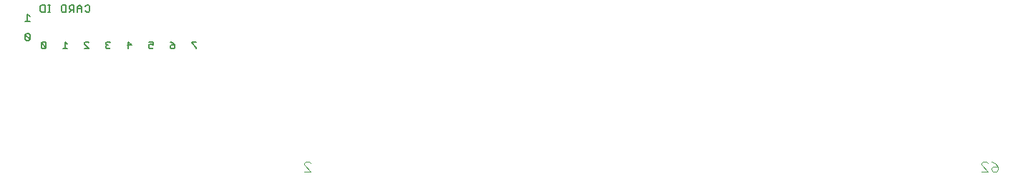
<source format=gbo>
G75*
G70*
%OFA0B0*%
%FSLAX24Y24*%
%IPPOS*%
%LPD*%
%AMOC8*
5,1,8,0,0,1.08239X$1,22.5*
%
%ADD10C,0.0080*%
%ADD11C,0.0040*%
D10*
X031111Y010293D02*
X031164Y010240D01*
X031271Y010240D01*
X031324Y010293D01*
X031111Y010507D01*
X031111Y010293D01*
X031324Y010293D02*
X031324Y010507D01*
X031271Y010560D01*
X031164Y010560D01*
X031111Y010507D01*
X031111Y011140D02*
X031324Y011140D01*
X031217Y011140D02*
X031217Y011460D01*
X031324Y011354D01*
X031817Y011631D02*
X031817Y011844D01*
X031870Y011898D01*
X032031Y011898D01*
X032031Y011578D01*
X031870Y011578D01*
X031817Y011631D01*
X032169Y011578D02*
X032276Y011578D01*
X032223Y011578D02*
X032223Y011898D01*
X032276Y011898D02*
X032169Y011898D01*
X032799Y011844D02*
X032799Y011631D01*
X032853Y011578D01*
X033013Y011578D01*
X033013Y011898D01*
X032853Y011898D01*
X032799Y011844D01*
X033168Y011844D02*
X033168Y011738D01*
X033221Y011684D01*
X033381Y011684D01*
X033381Y011578D02*
X033381Y011898D01*
X033221Y011898D01*
X033168Y011844D01*
X033274Y011684D02*
X033168Y011578D01*
X033536Y011578D02*
X033536Y011791D01*
X033643Y011898D01*
X033749Y011791D01*
X033749Y011578D01*
X033749Y011738D02*
X033536Y011738D01*
X033904Y011844D02*
X033958Y011898D01*
X034064Y011898D01*
X034118Y011844D01*
X034118Y011631D01*
X034064Y011578D01*
X033958Y011578D01*
X033904Y011631D01*
X033914Y010185D02*
X034021Y010185D01*
X034074Y010132D01*
X033914Y010185D02*
X033861Y010132D01*
X033861Y010079D01*
X034074Y009865D01*
X033861Y009865D01*
X033074Y009865D02*
X032861Y009865D01*
X032967Y009865D02*
X032967Y010185D01*
X033074Y010079D01*
X032074Y010132D02*
X032074Y009918D01*
X031861Y010132D01*
X031861Y009918D01*
X031914Y009865D01*
X032021Y009865D01*
X032074Y009918D01*
X032074Y010132D02*
X032021Y010185D01*
X031914Y010185D01*
X031861Y010132D01*
X034861Y010132D02*
X034861Y010079D01*
X034914Y010025D01*
X034861Y009972D01*
X034861Y009918D01*
X034914Y009865D01*
X035021Y009865D01*
X035074Y009918D01*
X034967Y010025D02*
X034914Y010025D01*
X034861Y010132D02*
X034914Y010185D01*
X035021Y010185D01*
X035074Y010132D01*
X035861Y010025D02*
X036074Y010025D01*
X035914Y010185D01*
X035914Y009865D01*
X036861Y009918D02*
X036861Y010025D01*
X036914Y010079D01*
X036967Y010079D01*
X037074Y010025D01*
X037074Y010185D01*
X036861Y010185D01*
X036861Y009918D02*
X036914Y009865D01*
X037021Y009865D01*
X037074Y009918D01*
X037861Y009918D02*
X037861Y009972D01*
X037914Y010025D01*
X038074Y010025D01*
X038074Y009918D01*
X038021Y009865D01*
X037914Y009865D01*
X037861Y009918D01*
X037967Y010132D02*
X038074Y010025D01*
X037967Y010132D02*
X037861Y010185D01*
X038861Y010185D02*
X038861Y010132D01*
X039074Y009918D01*
X039074Y009865D01*
X039074Y010185D02*
X038861Y010185D01*
D11*
X044180Y004580D02*
X044333Y004580D01*
X044410Y004504D01*
X044180Y004580D02*
X044103Y004504D01*
X044103Y004427D01*
X044410Y004120D01*
X044103Y004120D01*
X075643Y004120D02*
X075950Y004120D01*
X075643Y004427D01*
X075643Y004504D01*
X075719Y004580D01*
X075873Y004580D01*
X075950Y004504D01*
X076103Y004580D02*
X076257Y004504D01*
X076410Y004350D01*
X076180Y004350D01*
X076103Y004273D01*
X076103Y004197D01*
X076180Y004120D01*
X076333Y004120D01*
X076410Y004197D01*
X076410Y004350D01*
M02*

</source>
